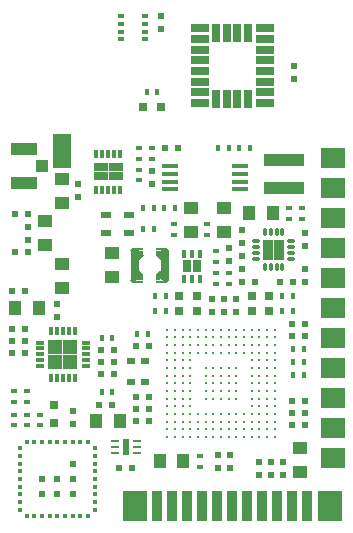
<source format=gts>
G04 #@! TF.FileFunction,Soldermask,Top*
%FSLAX46Y46*%
G04 Gerber Fmt 4.6, Leading zero omitted, Abs format (unit mm)*
G04 Created by KiCad (PCBNEW 4.0.2+dfsg1-stable) date Di 04 Apr 2017 02:29:59 CEST*
%MOMM*%
G01*
G04 APERTURE LIST*
%ADD10C,0.100000*%
%ADD11R,0.900000X0.500000*%
%ADD12R,2.032000X1.727200*%
%ADD13R,0.600000X0.500000*%
%ADD14R,1.450000X0.450000*%
%ADD15R,0.800000X0.600000*%
%ADD16R,0.500000X0.600000*%
%ADD17R,0.500000X0.350000*%
%ADD18R,0.400000X0.600000*%
%ADD19R,0.600000X0.400000*%
%ADD20O,0.750000X0.300000*%
%ADD21O,0.300000X0.750000*%
%ADD22R,0.900000X0.900000*%
%ADD23R,1.000000X1.250000*%
%ADD24R,0.300000X0.650000*%
%ADD25R,1.240000X0.775000*%
%ADD26R,0.300000X0.400000*%
%ADD27R,0.400000X0.300000*%
%ADD28R,0.500000X0.500000*%
%ADD29R,0.300000X0.730000*%
%ADD30R,0.730000X0.300000*%
%ADD31R,1.250000X1.250000*%
%ADD32R,0.350000X0.650000*%
%ADD33R,0.800000X1.000000*%
%ADD34R,1.250000X1.000000*%
%ADD35R,0.797560X0.797560*%
%ADD36R,0.762000X2.540000*%
%ADD37R,0.889000X0.254000*%
%ADD38R,0.381000X0.444500*%
%ADD39C,0.300000*%
%ADD40R,2.120000X2.500000*%
%ADD41R,0.850000X2.500000*%
%ADD42R,1.600000X0.700000*%
%ADD43R,0.700000X1.600000*%
%ADD44R,1.500000X3.000000*%
%ADD45R,0.700000X0.250000*%
%ADD46R,0.610000X0.710000*%
%ADD47R,2.200000X1.050000*%
%ADD48R,1.050000X1.000000*%
%ADD49R,3.400000X0.980000*%
G04 APERTURE END LIST*
D10*
D11*
X57900000Y-99050000D03*
X57900000Y-97550000D03*
D12*
X75100000Y-118100000D03*
X75100000Y-115560000D03*
X75100000Y-113020000D03*
X75100000Y-110480000D03*
X75100000Y-107940000D03*
X75100000Y-105400000D03*
X75100000Y-102860000D03*
X75100000Y-100320000D03*
X75100000Y-97780000D03*
X75100000Y-95240000D03*
X75100000Y-92700000D03*
D13*
X58150000Y-119000000D03*
X57050000Y-119000000D03*
D14*
X67250000Y-95375000D03*
X67250000Y-94725000D03*
X67250000Y-94075000D03*
X67250000Y-93425000D03*
X61350000Y-93425000D03*
X61350000Y-94075000D03*
X61350000Y-94725000D03*
X61350000Y-95375000D03*
D13*
X58450000Y-108650000D03*
X59550000Y-108650000D03*
D15*
X58000000Y-109900000D03*
X59200000Y-109900000D03*
X58000000Y-111700000D03*
X59200000Y-111700000D03*
D13*
X58450000Y-115000000D03*
X59550000Y-115000000D03*
D16*
X60570000Y-81800000D03*
X60570000Y-80700000D03*
D17*
X59195000Y-82675000D03*
X59195000Y-82025000D03*
X59195000Y-81375000D03*
X59195000Y-80725000D03*
X57145000Y-82675000D03*
X57145000Y-82025000D03*
X57145000Y-81375000D03*
X57145000Y-80725000D03*
D18*
X55550000Y-107950000D03*
X56450000Y-107950000D03*
D19*
X59800000Y-91900000D03*
X59800000Y-92800000D03*
X66300000Y-102500000D03*
X66300000Y-103400000D03*
D16*
X66300000Y-100350000D03*
X66300000Y-101450000D03*
D20*
X68625000Y-99750000D03*
X68625000Y-100250000D03*
X68625000Y-100750000D03*
X68625000Y-101250000D03*
D21*
X69350000Y-101975000D03*
X69850000Y-101975000D03*
X70350000Y-101975000D03*
X70850000Y-101975000D03*
D20*
X71575000Y-101250000D03*
X71575000Y-100750000D03*
X71575000Y-100250000D03*
X71575000Y-99750000D03*
D21*
X70850000Y-99025000D03*
X70350000Y-99025000D03*
X69850000Y-99025000D03*
X69350000Y-99025000D03*
D22*
X70550000Y-100950000D03*
X70550000Y-100050000D03*
X69650000Y-100950000D03*
X69650000Y-100050000D03*
D23*
X70050000Y-97400000D03*
X68050000Y-97400000D03*
D24*
X55100000Y-95450000D03*
X55600000Y-95450000D03*
X56100000Y-95450000D03*
X56600000Y-95450000D03*
X57100000Y-95450000D03*
X57100000Y-92350000D03*
X56600000Y-92350000D03*
X56100000Y-92350000D03*
X55600000Y-92350000D03*
X55100000Y-92350000D03*
D25*
X56720000Y-93512500D03*
X55480000Y-93512500D03*
X56720000Y-94287500D03*
X55480000Y-94287500D03*
D16*
X59800000Y-93800000D03*
X59800000Y-94900000D03*
D19*
X58700000Y-94600000D03*
X58700000Y-93700000D03*
D18*
X59950000Y-98700000D03*
X59050000Y-98700000D03*
D26*
X49200000Y-123050000D03*
X49850000Y-123050000D03*
X50500000Y-123050000D03*
X51150000Y-123050000D03*
X51800000Y-123050000D03*
X52450000Y-123050000D03*
X53100000Y-123050000D03*
X53750000Y-123050000D03*
X54400000Y-123050000D03*
D27*
X54950000Y-121850000D03*
X54950000Y-121200000D03*
X54950000Y-120550000D03*
X54950000Y-119900000D03*
X54950000Y-119250000D03*
X54950000Y-118600000D03*
X54950000Y-117950000D03*
X54950000Y-117300000D03*
D26*
X54400000Y-116750000D03*
D27*
X54950000Y-122500000D03*
D26*
X53750000Y-116750000D03*
X53100000Y-116750000D03*
X52450000Y-116750000D03*
X51800000Y-116750000D03*
X51150000Y-116750000D03*
X50500000Y-116750000D03*
X49850000Y-116750000D03*
X49200000Y-116750000D03*
D27*
X48650000Y-117300000D03*
X48650000Y-117950000D03*
X48650000Y-118600000D03*
X48650000Y-119250000D03*
X48650000Y-119900000D03*
X48650000Y-120550000D03*
X48650000Y-121200000D03*
X48650000Y-121850000D03*
X48650000Y-122500000D03*
D28*
X51800000Y-119900000D03*
X51800000Y-121200000D03*
X50500000Y-119900000D03*
X50500000Y-121200000D03*
X53100000Y-119900000D03*
X53100000Y-121200000D03*
X53100000Y-118600000D03*
D13*
X49050000Y-108200000D03*
X47950000Y-108200000D03*
X71700000Y-107800000D03*
X72800000Y-107800000D03*
D16*
X53100000Y-115250000D03*
X53100000Y-114150000D03*
D19*
X49200000Y-112450000D03*
X49200000Y-113350000D03*
D18*
X60100000Y-104400000D03*
X61000000Y-104400000D03*
D13*
X56550000Y-111000000D03*
X55450000Y-111000000D03*
D19*
X48100000Y-114450000D03*
X48100000Y-115350000D03*
X50300000Y-114450000D03*
X50300000Y-115350000D03*
X48100000Y-112450000D03*
X48100000Y-113350000D03*
D29*
X53250000Y-107385000D03*
X52750000Y-107385000D03*
X52250000Y-107385000D03*
X51750000Y-107385000D03*
X51250000Y-107385000D03*
D30*
X50285000Y-108350000D03*
X50285000Y-108850000D03*
X50285000Y-109350000D03*
X50285000Y-109850000D03*
X50285000Y-110350000D03*
D29*
X51250000Y-111315000D03*
X51750000Y-111315000D03*
X52250000Y-111315000D03*
X52750000Y-111315000D03*
X53250000Y-111315000D03*
D30*
X54215000Y-110350000D03*
X54215000Y-109850000D03*
X54215000Y-109350000D03*
X54215000Y-108850000D03*
X54215000Y-108350000D03*
D31*
X51625000Y-109975000D03*
X52875000Y-109975000D03*
X51625000Y-108725000D03*
X52875000Y-108725000D03*
D32*
X62550000Y-102950000D03*
X63200000Y-102950000D03*
X63850000Y-102950000D03*
X63850000Y-100850000D03*
X63200000Y-100850000D03*
X62550000Y-100850000D03*
D33*
X63600000Y-101900000D03*
X62800000Y-101900000D03*
D13*
X60900000Y-91900000D03*
X62000000Y-91900000D03*
D34*
X63100000Y-99000000D03*
X63100000Y-97000000D03*
X56400000Y-102800000D03*
X56400000Y-100800000D03*
D16*
X67400000Y-99950000D03*
X67400000Y-98850000D03*
X67400000Y-101050000D03*
X67400000Y-102150000D03*
X72800000Y-100150000D03*
X72800000Y-99050000D03*
D13*
X68550000Y-103200000D03*
X67450000Y-103200000D03*
X70650000Y-103200000D03*
X71750000Y-103200000D03*
D16*
X72800000Y-102100000D03*
X72800000Y-103200000D03*
D13*
X49050000Y-107200000D03*
X47950000Y-107200000D03*
X49050000Y-109200000D03*
X47950000Y-109200000D03*
X56550000Y-109000000D03*
X55450000Y-109000000D03*
X49050000Y-104000000D03*
X47950000Y-104000000D03*
D16*
X51750000Y-105050000D03*
X51750000Y-106150000D03*
D13*
X55350000Y-113600000D03*
X56450000Y-113600000D03*
D16*
X68900000Y-118450000D03*
X68900000Y-119550000D03*
X69900000Y-118450000D03*
X69900000Y-119550000D03*
X70900000Y-118450000D03*
X70900000Y-119550000D03*
D13*
X59550000Y-113000000D03*
X58450000Y-113000000D03*
D16*
X64900000Y-105750000D03*
X64900000Y-104650000D03*
D13*
X71700000Y-106800000D03*
X72800000Y-106800000D03*
D16*
X65400000Y-117850000D03*
X65400000Y-118950000D03*
D13*
X71700000Y-114300000D03*
X72800000Y-114300000D03*
D16*
X66900000Y-105750000D03*
X66900000Y-104650000D03*
X66400000Y-117850000D03*
X66400000Y-118950000D03*
D13*
X71700000Y-113300000D03*
X72800000Y-113300000D03*
D16*
X65900000Y-105750000D03*
X65900000Y-104650000D03*
D13*
X58450000Y-114000000D03*
X59550000Y-114000000D03*
X71700000Y-115300000D03*
X72800000Y-115300000D03*
D35*
X69749300Y-105700000D03*
X68250700Y-105700000D03*
X69749300Y-104400000D03*
X68250700Y-104400000D03*
X62100000Y-104400000D03*
X63598600Y-104400000D03*
X62100000Y-105700000D03*
X63598600Y-105700000D03*
X51500000Y-115149300D03*
X51500000Y-113650700D03*
D19*
X58700000Y-92800000D03*
X58700000Y-91900000D03*
X71400000Y-96950000D03*
X71400000Y-97850000D03*
X72500000Y-97850000D03*
X72500000Y-96950000D03*
X64500000Y-98350000D03*
X64500000Y-99250000D03*
X65200000Y-100600000D03*
X65200000Y-101500000D03*
D18*
X71750000Y-105700000D03*
X70850000Y-105700000D03*
X60100000Y-105700000D03*
X61000000Y-105700000D03*
X71750000Y-111100000D03*
X72650000Y-111100000D03*
D11*
X55900000Y-97550000D03*
X55900000Y-99050000D03*
D13*
X56550000Y-110000000D03*
X55450000Y-110000000D03*
D18*
X55550000Y-112550000D03*
X56450000Y-112550000D03*
D34*
X72300000Y-117300000D03*
X72300000Y-119300000D03*
X65900000Y-97000000D03*
X65900000Y-99000000D03*
D18*
X61750000Y-97000000D03*
X60850000Y-97000000D03*
X72650000Y-110000000D03*
X71750000Y-110000000D03*
D36*
X60870000Y-101800000D03*
X58330000Y-101800000D03*
D37*
X60552500Y-103197000D03*
X60552500Y-100403000D03*
X58647500Y-103197000D03*
X58647500Y-100403000D03*
D38*
X60298500Y-100752250D03*
X58901500Y-100752250D03*
X58901500Y-102847750D03*
X60298500Y-102847750D03*
D10*
G36*
X60997000Y-100276038D02*
X61250962Y-100530000D01*
X60997000Y-100783962D01*
X60743038Y-100530000D01*
X60997000Y-100276038D01*
X60997000Y-100276038D01*
G37*
G36*
X60997000Y-102816038D02*
X61250962Y-103070000D01*
X60997000Y-103323962D01*
X60743038Y-103070000D01*
X60997000Y-102816038D01*
X60997000Y-102816038D01*
G37*
G36*
X58203000Y-102816038D02*
X58456962Y-103070000D01*
X58203000Y-103323962D01*
X57949038Y-103070000D01*
X58203000Y-102816038D01*
X58203000Y-102816038D01*
G37*
G36*
X58203000Y-100276038D02*
X58456962Y-100530000D01*
X58203000Y-100783962D01*
X57949038Y-100530000D01*
X58203000Y-100276038D01*
X58203000Y-100276038D01*
G37*
G36*
X60489000Y-100593737D02*
X60869763Y-100974500D01*
X60489000Y-101355263D01*
X60108237Y-100974500D01*
X60489000Y-100593737D01*
X60489000Y-100593737D01*
G37*
G36*
X60489000Y-102244737D02*
X60869763Y-102625500D01*
X60489000Y-103006263D01*
X60108237Y-102625500D01*
X60489000Y-102244737D01*
X60489000Y-102244737D01*
G37*
G36*
X58711000Y-102244737D02*
X59091763Y-102625500D01*
X58711000Y-103006263D01*
X58330237Y-102625500D01*
X58711000Y-102244737D01*
X58711000Y-102244737D01*
G37*
G36*
X58711000Y-100593737D02*
X59091763Y-100974500D01*
X58711000Y-101355263D01*
X58330237Y-100974500D01*
X58711000Y-100593737D01*
X58711000Y-100593737D01*
G37*
D23*
X55100000Y-115000000D03*
X57100000Y-115000000D03*
D18*
X71750000Y-108900000D03*
X72650000Y-108900000D03*
X67200000Y-91900000D03*
X68100000Y-91900000D03*
X65387530Y-91900000D03*
X66287530Y-91900000D03*
D39*
X65650000Y-111800000D03*
X66300000Y-111800000D03*
X66300000Y-112450000D03*
X65650000Y-112450000D03*
X65000000Y-112450000D03*
X65000000Y-111800000D03*
X65000000Y-111150000D03*
X65650000Y-111150000D03*
X66300000Y-111150000D03*
X66950000Y-111150000D03*
X66950000Y-111800000D03*
X66950000Y-112450000D03*
X66950000Y-113100000D03*
X66300000Y-113100000D03*
X65650000Y-113100000D03*
X65000000Y-113100000D03*
X64350000Y-113100000D03*
X64350000Y-112450000D03*
X64350000Y-111800000D03*
X64350000Y-111150000D03*
X64350000Y-110500000D03*
X65000000Y-110500000D03*
X65650000Y-110500000D03*
X66300000Y-110500000D03*
X66950000Y-110500000D03*
X68250000Y-114400000D03*
X68250000Y-113750000D03*
X68250000Y-113100000D03*
X68250000Y-112450000D03*
X68250000Y-111800000D03*
X68250000Y-115050000D03*
X68250000Y-115700000D03*
X68250000Y-116350000D03*
X68900000Y-113100000D03*
X69550000Y-113100000D03*
X70200000Y-113100000D03*
X70200000Y-113750000D03*
X70200000Y-114400000D03*
X70200000Y-115050000D03*
X70200000Y-115700000D03*
X70200000Y-116350000D03*
X69550000Y-116350000D03*
X68900000Y-116350000D03*
X68900000Y-115700000D03*
X69550000Y-115700000D03*
X69550000Y-115050000D03*
X68900000Y-115050000D03*
X68900000Y-114400000D03*
X69550000Y-114400000D03*
X69550000Y-113750000D03*
X68900000Y-113750000D03*
X70200000Y-112450000D03*
X69550000Y-112450000D03*
X68900000Y-112450000D03*
X68900000Y-111800000D03*
X69550000Y-111800000D03*
X70200000Y-111800000D03*
X70200000Y-111150000D03*
X69550000Y-111150000D03*
X68900000Y-111150000D03*
X68250000Y-111150000D03*
X68250000Y-110500000D03*
X68900000Y-110500000D03*
X69550000Y-110500000D03*
X70200000Y-110500000D03*
X70200000Y-109850000D03*
X69550000Y-109850000D03*
X68900000Y-109850000D03*
X68250000Y-109850000D03*
X66950000Y-109200000D03*
X66950000Y-108550000D03*
X66950000Y-107900000D03*
X66950000Y-107250000D03*
X67600000Y-107250000D03*
X68250000Y-107250000D03*
X68900000Y-107250000D03*
X69550000Y-107250000D03*
X70200000Y-107250000D03*
X70200000Y-107900000D03*
X70200000Y-108550000D03*
X70200000Y-109200000D03*
X69550000Y-109200000D03*
X68900000Y-109200000D03*
X68250000Y-109200000D03*
X67600000Y-109200000D03*
X67600000Y-108550000D03*
X67600000Y-107900000D03*
X68250000Y-107900000D03*
X68900000Y-107900000D03*
X69550000Y-107900000D03*
X69550000Y-108550000D03*
X68900000Y-108550000D03*
X68250000Y-108550000D03*
X66300000Y-107250000D03*
X65650000Y-107250000D03*
X63050000Y-110500000D03*
X62400000Y-110500000D03*
X61750000Y-110500000D03*
X61100000Y-110500000D03*
X61100000Y-109850000D03*
X61100000Y-109200000D03*
X61100000Y-108550000D03*
X61100000Y-107900000D03*
X61100000Y-107250000D03*
X61750000Y-107250000D03*
X62400000Y-107250000D03*
X63050000Y-107250000D03*
X63700000Y-107250000D03*
X64350000Y-107250000D03*
X65000000Y-107250000D03*
X66300000Y-107900000D03*
X65650000Y-107900000D03*
X65000000Y-107900000D03*
X64350000Y-107900000D03*
X63700000Y-107900000D03*
X63050000Y-107900000D03*
X62400000Y-107900000D03*
X61750000Y-107900000D03*
X61750000Y-108550000D03*
X62400000Y-108550000D03*
X63700000Y-108550000D03*
X66300000Y-109200000D03*
X65650000Y-109200000D03*
X65000000Y-109200000D03*
X64350000Y-109200000D03*
X63700000Y-109200000D03*
X63050000Y-109200000D03*
X63050000Y-109850000D03*
X62400000Y-109850000D03*
X61750000Y-109850000D03*
X61750000Y-109200000D03*
X62400000Y-109200000D03*
X63050000Y-108550000D03*
X64350000Y-108550000D03*
X65000000Y-108550000D03*
X65650000Y-108550000D03*
X66300000Y-108550000D03*
X63050000Y-111150000D03*
X63050000Y-111800000D03*
X63050000Y-112450000D03*
X63050000Y-113100000D03*
X63050000Y-113750000D03*
X63050000Y-114400000D03*
X63700000Y-114400000D03*
X64350000Y-114400000D03*
X65000000Y-114400000D03*
X67600000Y-114400000D03*
X66950000Y-114400000D03*
X66300000Y-114400000D03*
X65650000Y-114400000D03*
X67600000Y-116350000D03*
X66950000Y-116350000D03*
X66300000Y-116350000D03*
X65650000Y-116350000D03*
X65000000Y-116350000D03*
X64350000Y-116350000D03*
X63700000Y-116350000D03*
X63050000Y-116350000D03*
X62400000Y-116350000D03*
X61750000Y-116350000D03*
X61100000Y-116350000D03*
X61100000Y-115700000D03*
X61100000Y-115050000D03*
X61100000Y-113750000D03*
X61100000Y-114400000D03*
X61100000Y-113100000D03*
X61100000Y-112450000D03*
X61100000Y-111800000D03*
X61100000Y-111150000D03*
X61750000Y-111150000D03*
X61750000Y-111800000D03*
X61750000Y-112450000D03*
X61750000Y-113100000D03*
X61750000Y-113750000D03*
X61750000Y-114400000D03*
X61750000Y-115050000D03*
X61750000Y-115700000D03*
X62400000Y-115700000D03*
X63050000Y-115700000D03*
X63700000Y-115700000D03*
X64350000Y-115700000D03*
X65000000Y-115700000D03*
X65650000Y-115700000D03*
X66950000Y-115700000D03*
X66300000Y-115700000D03*
X67600000Y-115700000D03*
X67600000Y-115050000D03*
X66950000Y-115050000D03*
X66300000Y-115050000D03*
X65650000Y-115050000D03*
X65000000Y-115050000D03*
X64350000Y-115050000D03*
X63700000Y-115050000D03*
X63050000Y-115050000D03*
X62400000Y-115050000D03*
X62400000Y-114400000D03*
X62400000Y-113750000D03*
X62400000Y-113100000D03*
X62400000Y-112450000D03*
X62400000Y-111800000D03*
X62400000Y-111150000D03*
D19*
X61700000Y-99250000D03*
X61700000Y-98350000D03*
D18*
X71750000Y-104400000D03*
X70850000Y-104400000D03*
X58550000Y-107600000D03*
X59450000Y-107600000D03*
D19*
X65200000Y-102500000D03*
X65200000Y-103400000D03*
X49200000Y-114450000D03*
X49200000Y-115350000D03*
X63900000Y-117950000D03*
X63900000Y-118850000D03*
D40*
X74840000Y-122150000D03*
D41*
X72935000Y-122150000D03*
X71665000Y-122150000D03*
X70395000Y-122150000D03*
X69125000Y-122150000D03*
X67855000Y-122150000D03*
X66585000Y-122150000D03*
X65315000Y-122150000D03*
X64045000Y-122150000D03*
X62775000Y-122150000D03*
X61505000Y-122150000D03*
X60235000Y-122150000D03*
D40*
X58330000Y-122150000D03*
D35*
X59070000Y-88400000D03*
X60568600Y-88400000D03*
D18*
X60270000Y-87100000D03*
X59370000Y-87100000D03*
D16*
X71870000Y-84900000D03*
X71870000Y-86000000D03*
D42*
X63835000Y-81750000D03*
X63835000Y-82650000D03*
X63835000Y-83550000D03*
X63835000Y-84450000D03*
X63835000Y-85350000D03*
X63835000Y-86250000D03*
X63835000Y-87150000D03*
X63835000Y-88050000D03*
D43*
X65235000Y-87700000D03*
X66135000Y-87700000D03*
X67035000Y-87700000D03*
X67935000Y-87700000D03*
D42*
X69335000Y-88050000D03*
X69335000Y-87150000D03*
X69335000Y-86250000D03*
X69335000Y-85350000D03*
X69335000Y-84450000D03*
X69335000Y-83550000D03*
X69335000Y-82650000D03*
X69335000Y-81750000D03*
D43*
X67935000Y-82100000D03*
X67035000Y-82100000D03*
X66135000Y-82100000D03*
X65235000Y-82100000D03*
D16*
X49350000Y-99650000D03*
X49350000Y-98550000D03*
D13*
X49300000Y-97500000D03*
X48200000Y-97500000D03*
D16*
X53550000Y-96050000D03*
X53550000Y-94950000D03*
D23*
X50200000Y-105400000D03*
X48200000Y-105400000D03*
D34*
X52150000Y-101700000D03*
X52150000Y-103700000D03*
X50750000Y-98100000D03*
X50750000Y-100100000D03*
X52150000Y-94500000D03*
X52150000Y-96500000D03*
D13*
X49300000Y-100700000D03*
X48200000Y-100700000D03*
D44*
X52150000Y-92150000D03*
D23*
X60450000Y-118400000D03*
X62450000Y-118400000D03*
D45*
X58525000Y-117700000D03*
X58525000Y-117200000D03*
X58525000Y-116700000D03*
X56675000Y-116700000D03*
X56675000Y-117200000D03*
X56675000Y-117700000D03*
D46*
X57600000Y-116845000D03*
X57600000Y-117555000D03*
D47*
X49000000Y-91925000D03*
X49000000Y-94875000D03*
D48*
X50525000Y-93400000D03*
D18*
X59950000Y-97000000D03*
X59050000Y-97000000D03*
D49*
X71000000Y-92915000D03*
X71000000Y-95285000D03*
M02*

</source>
